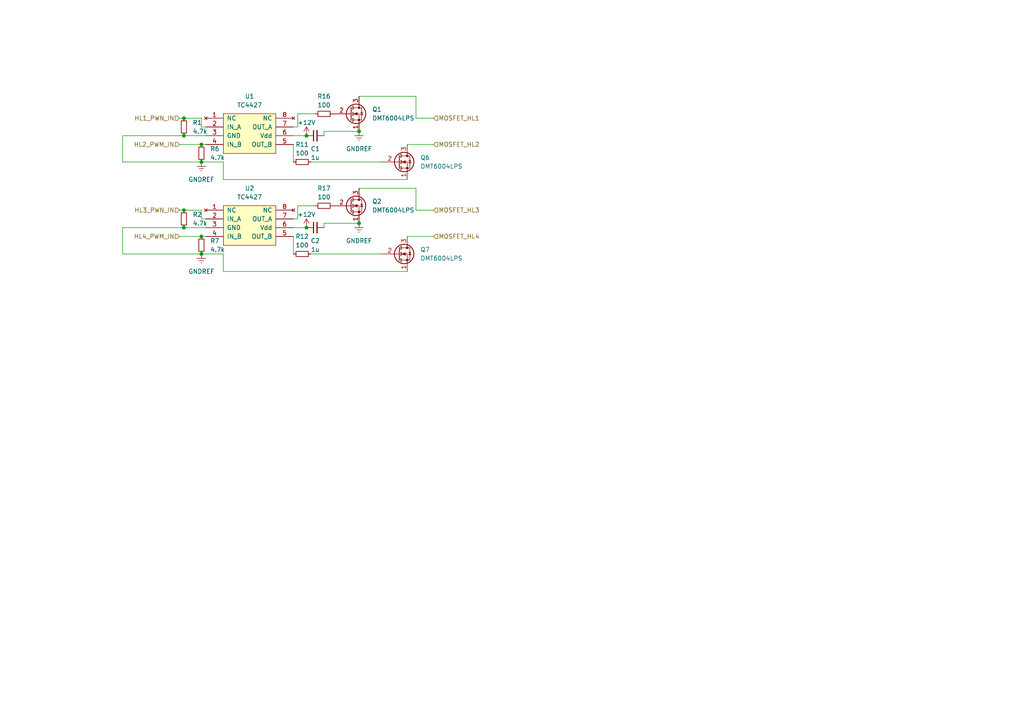
<source format=kicad_sch>
(kicad_sch (version 20250114) (generator "eeschema") (generator_version "9.0")
  (paper "A4")
  (lib_symbols
    (symbol "NYSEARCH:C_Small" (pin_numbers (hide yes)) (pin_names (offset 0.254) (hide yes))
      (property "Reference" "C" (at 0.254 1.778 0))
      (property "Value" "C_Small" (at 0.254 -2.032 0))
      (symbol "C_Small_0_1"
        (polyline (pts (xy -1.524 0.508) (xy 1.524 0.508)) (stroke (width 0.3048)))
        (polyline (pts (xy -1.524 -0.508) (xy 1.524 -0.508)) (stroke (width 0.3302)))
      )
      (symbol "C_Small_1_1"
        (pin passive line (at 0 2.54 270) (length 2.032) (name "~") (number "1"))
        (pin passive line (at 0 -2.54 90) (length 2.032) (name "~") (number "2"))
      )
    )
    (symbol "NYSEARCH:DMT6004LPS" (pin_names (offset 0) (hide yes))
      (property "Reference" "Q" (at 2.54 1.905 0))
      (property "Value" "DMT6004LPS" (at 2.54 0 0))
      (symbol "DMT6004LPS_0_1"
        (polyline (pts (xy -2.54 0) (xy -2.286 0)))
        (polyline (pts (xy -2.286 1.905) (xy -2.286 -1.905) (xy -2.286 -1.905)) (stroke (width 0.254)))
        (polyline (pts (xy -1.778 2.286) (xy -1.778 1.27)) (stroke (width 0.254)))
        (polyline (pts (xy -1.778 1.778) (xy 0 1.778)))
        (polyline (pts (xy -1.778 0.508) (xy -1.778 -0.508)) (stroke (width 0.254)))
        (polyline (pts (xy -1.778 0) (xy 0 0)))
        (polyline (pts (xy -1.778 -1.27) (xy -1.778 -2.286)) (stroke (width 0.254)))
        (polyline (pts (xy -1.778 -1.778) (xy 0 -1.778)))
        (polyline (pts (xy -1.524 0) (xy -0.508 0.381) (xy -0.508 -0.381) (xy -1.524 0)) (fill (type outline)))
        (circle (center -0.889 0) (radius 2.8194) (stroke (width 0.254)))
        (polyline (pts (xy 0 2.54) (xy 0 1.778)))
        (circle (center 0 1.778) (radius 0.2794) (fill (type outline)))
        (polyline (pts (xy 0 -1.778) (xy 0 0)))
        (polyline (pts (xy 0 -1.778) (xy 0 -2.54)))
        (polyline (pts (xy 0 -1.778) (xy 0.762 -1.778) (xy 0.762 1.778) (xy 0 1.778)))
        (circle (center 0 -1.778) (radius 0.2794) (fill (type outline)))
        (polyline (pts (xy 0.381 0.4572) (xy 1.1176 0.4572)))
        (polyline (pts (xy 0.762 0.381) (xy 0.381 -0.254) (xy 1.143 -0.254) (xy 0.762 0.381)))
      )
      (symbol "DMT6004LPS_1_1"
        (pin input line (at -7.62 0 0) (length 5.08) (name "G") (number "2"))
        (pin passive line (at 0 5.08 270) (length 2.54) (name "D") (number "3"))
        (pin passive line (at 0 -5.08 90) (length 2.54) (name "S") (number "1"))
      )
    )
    (symbol "NYSEARCH:R_Small" (pin_numbers (hide yes)) (pin_names (offset 0.254) (hide yes))
      (property "Reference" "R" (at 0.762 0.508 0))
      (property "Value" "R_Small" (at 0.762 -1.016 0))
      (symbol "R_Small_0_1"
        (rectangle (start -0.762 1.778) (end 0.762 -1.778) (stroke (width 0.2032)))
      )
      (symbol "R_Small_1_1"
        (pin passive line (at 0 2.54 270) (length 0.762) (name "~") (number "1"))
        (pin passive line (at 0 -2.54 90) (length 0.762) (name "~") (number "2"))
      )
    )
    (symbol "NYSEARCH:TC4427" (pin_names (offset 1.016))
      (property "Reference" "U" (at -6.858 1.27 0))
      (property "Value" "TC4427" (at 3.556 1.27 0))
      (symbol "TC4427_0_1"
        (rectangle (start -7.62 0) (end 7.62 -11.43) (fill (type background)))
      )
      (symbol "TC4427_1_1"
        (pin no_connect line (at -12.7 -1.27 0) (length 5.08) (name "NC") (number "1"))
        (pin input line (at -12.7 -3.81 0) (length 5.08) (name "IN_A") (number "2"))
        (pin input line (at -12.7 -6.35 0) (length 5.08) (name "GND") (number "3"))
        (pin input line (at -12.7 -8.89 0) (length 5.08) (name "IN_B") (number "4"))
        (pin no_connect line (at 12.7 -1.27 180) (length 5.08) (name "NC") (number "8"))
        (pin input line (at 12.7 -3.81 180) (length 5.08) (name "OUT_A") (number "7"))
        (pin input line (at 12.7 -6.35 180) (length 5.08) (name "Vdd") (number "6"))
        (pin input line (at 12.7 -8.89 180) (length 5.08) (name "OUT_B") (number "5"))
      )
    )
    (symbol "power:+12V" (power) (pin_names (offset 0))
      (property "Value" "+12V" (at 0 3.556 0))
      (symbol "+12V_0_1"
        (polyline (pts (xy -0.762 1.27) (xy 0 2.54)))
        (polyline (pts (xy 0 2.54) (xy 0.762 1.27)))
        (polyline (pts (xy 0 0) (xy 0 2.54)))
      )
      (symbol "+12V_1_1"
        (pin power_in line (at 0 0 90) (length 0) (hide yes) (name "+12V") (number "1"))
      )
    )
    (symbol "power:GNDREF" (power) (pin_names (offset 0))
      (property "Value" "GNDREF" (at 0 -3.81 0))
      (symbol "GNDREF_0_1"
        (polyline (pts (xy -0.635 -1.905) (xy 0.635 -1.905)))
        (polyline (pts (xy -0.127 -2.54) (xy 0.127 -2.54)))
        (polyline (pts (xy 0 -1.27) (xy 0 0)))
        (polyline (pts (xy 1.27 -1.27) (xy -1.27 -1.27)))
      )
      (symbol "GNDREF_1_1"
        (pin power_in line (at 0 0 270) (length 0) (hide yes) (name "GNDREF") (number "1"))
      )
    )
  )
  (junction (at 88.9 39.37))
  (junction (at 58.42 73.66))
  (junction (at 58.42 68.58))
  (junction (at 58.42 46.99))
  (junction (at 53.34 60.96))
  (junction (at 104.14 64.77))
  (junction (at 53.34 34.29))
  (junction (at 58.42 41.91))
  (junction (at 53.34 39.37))
  (junction (at 53.34 66.04))
  (junction (at 104.14 38.1))
  (junction (at 88.9 66.04))
  (wire (pts (xy 86.36 63.5) (xy 86.36 59.69)))
  (wire (pts (xy 85.09 39.37) (xy 88.9 39.37)))
  (wire (pts (xy 93.98 39.37) (xy 93.98 38.1)))
  (wire (pts (xy 58.42 41.91) (xy 59.69 41.91)))
  (wire (pts (xy 104.14 27.94) (xy 120.65 27.94)))
  (wire (pts (xy 35.56 39.37) (xy 35.56 46.99)))
  (wire (pts (xy 52.07 68.58) (xy 58.42 68.58)))
  (wire (pts (xy 86.36 59.69) (xy 91.44 59.69)))
  (wire (pts (xy 85.09 41.91) (xy 85.09 46.99)))
  (wire (pts (xy 64.77 78.74) (xy 64.77 73.66)))
  (wire (pts (xy 58.42 63.5) (xy 58.42 60.96)))
  (wire (pts (xy 118.11 78.74) (xy 64.77 78.74)))
  (wire (pts (xy 52.07 60.96) (xy 53.34 60.96)))
  (wire (pts (xy 90.17 46.99) (xy 110.49 46.99)))
  (wire (pts (xy 53.34 34.29) (xy 58.42 34.29)))
  (wire (pts (xy 53.34 39.37) (xy 59.69 39.37)))
  (wire (pts (xy 120.65 34.29) (xy 120.65 27.94)))
  (wire (pts (xy 120.65 60.96) (xy 120.65 54.61)))
  (wire (pts (xy 35.56 46.99) (xy 58.42 46.99)))
  (wire (pts (xy 64.77 46.99) (xy 58.42 46.99)))
  (wire (pts (xy 93.98 64.77) (xy 104.14 64.77)))
  (wire (pts (xy 52.07 34.29) (xy 53.34 34.29)))
  (wire (pts (xy 85.09 68.58) (xy 85.09 73.66)))
  (wire (pts (xy 118.11 52.07) (xy 64.77 52.07)))
  (wire (pts (xy 35.56 66.04) (xy 35.56 73.66)))
  (wire (pts (xy 118.11 68.58) (xy 125.73 68.58)))
  (wire (pts (xy 53.34 66.04) (xy 35.56 66.04)))
  (wire (pts (xy 85.09 66.04) (xy 88.9 66.04)))
  (wire (pts (xy 53.34 39.37) (xy 35.56 39.37)))
  (wire (pts (xy 53.34 66.04) (xy 59.69 66.04)))
  (wire (pts (xy 59.69 36.83) (xy 58.42 36.83)))
  (wire (pts (xy 35.56 73.66) (xy 58.42 73.66)))
  (wire (pts (xy 93.98 38.1) (xy 104.14 38.1)))
  (wire (pts (xy 59.69 63.5) (xy 58.42 63.5)))
  (wire (pts (xy 58.42 68.58) (xy 59.69 68.58)))
  (wire (pts (xy 125.73 34.29) (xy 120.65 34.29)))
  (wire (pts (xy 118.11 41.91) (xy 125.73 41.91)))
  (wire (pts (xy 53.34 60.96) (xy 58.42 60.96)))
  (wire (pts (xy 86.36 33.02) (xy 91.44 33.02)))
  (wire (pts (xy 93.98 66.04) (xy 93.98 64.77)))
  (wire (pts (xy 58.42 36.83) (xy 58.42 34.29)))
  (wire (pts (xy 125.73 60.96) (xy 120.65 60.96)))
  (wire (pts (xy 64.77 73.66) (xy 58.42 73.66)))
  (wire (pts (xy 104.14 54.61) (xy 120.65 54.61)))
  (wire (pts (xy 64.77 52.07) (xy 64.77 46.99)))
  (wire (pts (xy 85.09 63.5) (xy 86.36 63.5)))
  (wire (pts (xy 86.36 36.83) (xy 86.36 33.02)))
  (wire (pts (xy 52.07 41.91) (xy 58.42 41.91)))
  (wire (pts (xy 90.17 73.66) (xy 110.49 73.66)))
  (wire (pts (xy 85.09 36.83) (xy 86.36 36.83)))
  (hierarchical_label "MOSFET_HL2" (shape input) (at 125.73 41.91 0))
  (hierarchical_label "MOSFET_HL3" (shape input) (at 125.73 60.96 0))
  (hierarchical_label "MOSFET_HL4" (shape input) (at 125.73 68.58 0))
  (hierarchical_label "HL1_PWN_IN" (shape input) (at 52.07 34.29 180))
  (hierarchical_label "HL3_PWN_IN" (shape input) (at 52.07 60.96 180))
  (hierarchical_label "HL2_PWM_IN" (shape input) (at 52.07 41.91 180))
  (hierarchical_label "HL4_PWM_IN" (shape input) (at 52.07 68.58 180))
  (hierarchical_label "MOSFET_HL1" (shape input) (at 125.73 34.29 0))
  (symbol (lib_id "NYSEARCH:C_Small") (at 91.44 39.37 90) (unit 1)
    (property "Reference" "C1" (at 91.44 43.18 90))
    (property "Value" "1u" (at 91.44 45.72 90))
    (property "Footprint" "NYSEARCH:C_0603_1608Metric_HandSolder" (effects (hide yes)))
  )
  (symbol (lib_id "NYSEARCH:DMT6004LPS") (at 104.14 33.02 0) (unit 1)
    (property "Reference" "Q1" (at 107.95 31.75 0) (effects (justify left)))
    (property "Value" "DMT6004LPS" (at 107.95 34.29 0) (effects (justify left)))
    (property "Footprint" "NYSEARCH:PowerDI5060-8" (effects (hide yes)))
    (property "Datasheet" "https://www.diodes.com/assets/Datasheets/DMT6004LPS.pdf" (effects (hide yes)))
  )
  (symbol (lib_id "NYSEARCH:TC4427") (at 72.39 59.69 0) (unit 1)
    (property "Reference" "U2" (at 72.39 54.61 0))
    (property "Value" "TC4427" (at 72.39 57.15 0))
    (property "Footprint" "NYSEARCH:MSOP-8_3x3mm_P0.65mm_TI" (effects (hide yes)))
    (property "Datasheet" "http://ww1.microchip.com/downloads/en/DeviceDoc/20001422G.pdf" (effects (hide yes)))
  )
  (symbol (lib_id "NYSEARCH:C_Small") (at 91.44 66.04 90) (unit 1)
    (property "Reference" "C2" (at 91.44 69.85 90))
    (property "Value" "1u" (at 91.44 72.39 90))
    (property "Footprint" "NYSEARCH:C_0603_1608Metric_HandSolder" (effects (hide yes)))
  )
  (symbol (lib_id "NYSEARCH:R_Small") (at 93.98 33.02 90) (unit 1)
    (property "Reference" "R16" (at 93.98 27.94 90))
    (property "Value" "100" (at 93.98 30.48 90))
    (property "Footprint" "NYSEARCH:R_0603_1608Metric" (effects (hide yes)))
  )
  (symbol (lib_id "power:+12V") (at 88.9 66.04 0) (unit 1)
    (property "Reference" "#PWR07" (effects (hide yes)))
    (property "Value" "+12V" (at 88.9 62.23 0))
  )
  (symbol (lib_id "power:GNDREF") (at 104.14 38.1 0) (unit 1)
    (property "Reference" "#PWR011" (effects (hide yes)))
    (property "Value" "GNDREF" (at 104.14 43.18 0))
  )
  (symbol (lib_id "NYSEARCH:R_Small") (at 58.42 44.45 0) (unit 1)
    (property "Reference" "R6" (at 60.96 43.18 0) (effects (justify left)))
    (property "Value" "4.7k" (at 60.96 45.72 0) (effects (justify left)))
    (property "Footprint" "NYSEARCH:R_0603_1608Metric" (effects (hide yes)))
  )
  (symbol (lib_id "NYSEARCH:TC4427") (at 72.39 33.02 0) (unit 1)
    (property "Reference" "U1" (at 72.39 27.94 0))
    (property "Value" "TC4427" (at 72.39 30.48 0))
    (property "Footprint" "NYSEARCH:MSOP-8_3x3mm_P0.65mm_TI" (effects (hide yes)))
    (property "Datasheet" "http://ww1.microchip.com/downloads/en/DeviceDoc/20001422G.pdf" (effects (hide yes)))
  )
  (symbol (lib_id "NYSEARCH:R_Small") (at 93.98 59.69 90) (unit 1)
    (property "Reference" "R17" (at 93.98 54.61 90))
    (property "Value" "100" (at 93.98 57.15 90))
    (property "Footprint" "NYSEARCH:R_0603_1608Metric" (effects (hide yes)))
  )
  (symbol (lib_id "power:+12V") (at 88.9 39.37 0) (unit 1)
    (property "Reference" "#PWR06" (effects (hide yes)))
    (property "Value" "+12V" (at 88.9 35.56 0))
  )
  (symbol (lib_id "NYSEARCH:R_Small") (at 87.63 73.66 270) (unit 1)
    (property "Reference" "R12" (at 87.63 68.58 90))
    (property "Value" "100" (at 87.63 71.12 90))
    (property "Footprint" "NYSEARCH:R_0603_1608Metric" (effects (hide yes)))
  )
  (symbol (lib_id "NYSEARCH:DMT6004LPS") (at 104.14 59.69 0) (unit 1)
    (property "Reference" "Q2" (at 107.95 58.42 0) (effects (justify left)))
    (property "Value" "DMT6004LPS" (at 107.95 60.96 0) (effects (justify left)))
    (property "Footprint" "NYSEARCH:PowerDI5060-8" (effects (hide yes)))
    (property "Datasheet" "https://www.diodes.com/assets/Datasheets/DMT6004LPS.pdf" (effects (hide yes)))
  )
  (symbol (lib_id "NYSEARCH:DMT6004LPS") (at 118.11 46.99 0) (unit 1)
    (property "Reference" "Q6" (at 121.92 45.72 0) (effects (justify left)))
    (property "Value" "DMT6004LPS" (at 121.92 48.26 0) (effects (justify left)))
    (property "Footprint" "NYSEARCH:PowerDI5060-8" (effects (hide yes)))
    (property "Datasheet" "https://www.diodes.com/assets/Datasheets/DMT6004LPS.pdf" (effects (hide yes)))
  )
  (symbol (lib_id "NYSEARCH:R_Small") (at 53.34 36.83 0) (unit 1)
    (property "Reference" "R1" (at 55.88 35.56 0) (effects (justify left)))
    (property "Value" "4.7k" (at 55.88 38.1 0) (effects (justify left)))
    (property "Footprint" "NYSEARCH:R_0603_1608Metric" (effects (hide yes)))
  )
  (symbol (lib_id "NYSEARCH:DMT6004LPS") (at 118.11 73.66 0) (unit 1)
    (property "Reference" "Q7" (at 121.92 72.39 0) (effects (justify left)))
    (property "Value" "DMT6004LPS" (at 121.92 74.93 0) (effects (justify left)))
    (property "Footprint" "NYSEARCH:PowerDI5060-8" (effects (hide yes)))
    (property "Datasheet" "https://www.diodes.com/assets/Datasheets/DMT6004LPS.pdf" (effects (hide yes)))
  )
  (symbol (lib_id "NYSEARCH:R_Small") (at 58.42 71.12 0) (unit 1)
    (property "Reference" "R7" (at 60.96 69.85 0) (effects (justify left)))
    (property "Value" "4.7k" (at 60.96 72.39 0) (effects (justify left)))
    (property "Footprint" "NYSEARCH:R_0603_1608Metric" (effects (hide yes)))
  )
  (symbol (lib_id "power:GNDREF") (at 58.42 46.99 0) (unit 1)
    (property "Reference" "#PWR01" (effects (hide yes)))
    (property "Value" "GNDREF" (at 58.42 52.07 0))
  )
  (symbol (lib_id "NYSEARCH:R_Small") (at 87.63 46.99 270) (unit 1)
    (property "Reference" "R11" (at 87.63 41.91 90))
    (property "Value" "100" (at 87.63 44.45 90))
    (property "Footprint" "NYSEARCH:R_0603_1608Metric" (effects (hide yes)))
  )
  (symbol (lib_id "NYSEARCH:R_Small") (at 53.34 63.5 0) (unit 1)
    (property "Reference" "R2" (at 55.88 62.23 0) (effects (justify left)))
    (property "Value" "4.7k" (at 55.88 64.77 0) (effects (justify left)))
    (property "Footprint" "NYSEARCH:R_0603_1608Metric" (effects (hide yes)))
  )
  (symbol (lib_id "power:GNDREF") (at 104.14 64.77 0) (unit 1)
    (property "Reference" "#PWR012" (effects (hide yes)))
    (property "Value" "GNDREF" (at 104.14 69.85 0))
  )
  (symbol (lib_id "power:GNDREF") (at 58.42 73.66 0) (unit 1)
    (property "Reference" "#PWR02" (effects (hide yes)))
    (property "Value" "GNDREF" (at 58.42 78.74 0))
  )
)
</source>
